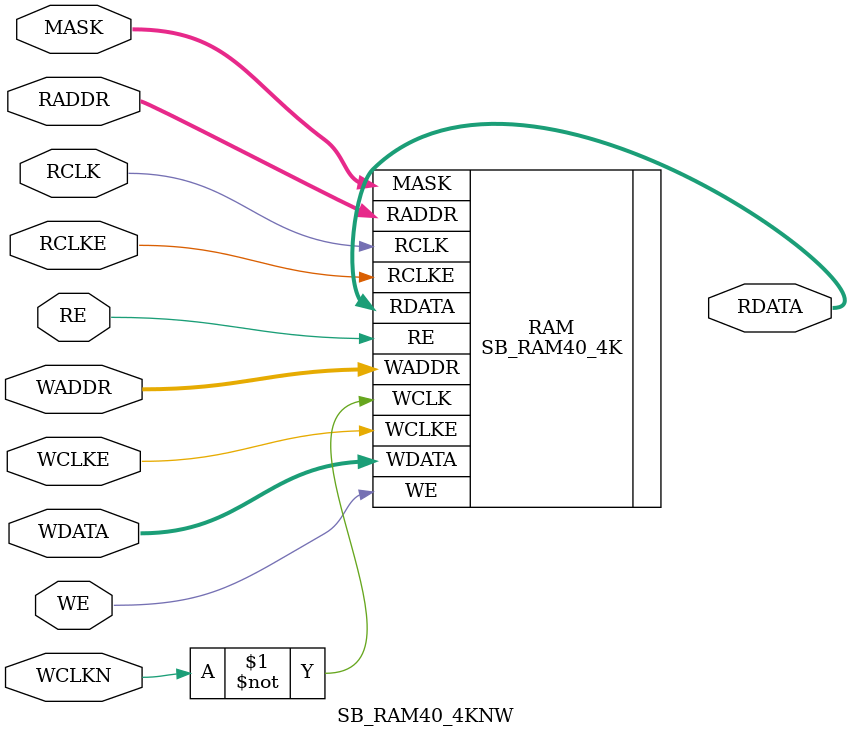
<source format=v>
module SB_RAM40_4KNW (
	output [15:0] RDATA,
	input         RCLK, RCLKE, RE,
	input  [10:0] RADDR,
	input         WCLKN, WCLKE, WE,
	input  [10:0] WADDR,
	input  [15:0] MASK, WDATA
);
	parameter WRITE_MODE = 0;
	parameter READ_MODE = 0;

	parameter INIT_0 = 256'h0000000000000000000000000000000000000000000000000000000000000000;
	parameter INIT_1 = 256'h0000000000000000000000000000000000000000000000000000000000000000;
	parameter INIT_2 = 256'h0000000000000000000000000000000000000000000000000000000000000000;
	parameter INIT_3 = 256'h0000000000000000000000000000000000000000000000000000000000000000;
	parameter INIT_4 = 256'h0000000000000000000000000000000000000000000000000000000000000000;
	parameter INIT_5 = 256'h0000000000000000000000000000000000000000000000000000000000000000;
	parameter INIT_6 = 256'h0000000000000000000000000000000000000000000000000000000000000000;
	parameter INIT_7 = 256'h0000000000000000000000000000000000000000000000000000000000000000;
	parameter INIT_8 = 256'h0000000000000000000000000000000000000000000000000000000000000000;
	parameter INIT_9 = 256'h0000000000000000000000000000000000000000000000000000000000000000;
	parameter INIT_A = 256'h0000000000000000000000000000000000000000000000000000000000000000;
	parameter INIT_B = 256'h0000000000000000000000000000000000000000000000000000000000000000;
	parameter INIT_C = 256'h0000000000000000000000000000000000000000000000000000000000000000;
	parameter INIT_D = 256'h0000000000000000000000000000000000000000000000000000000000000000;
	parameter INIT_E = 256'h0000000000000000000000000000000000000000000000000000000000000000;
	parameter INIT_F = 256'h0000000000000000000000000000000000000000000000000000000000000000;

	SB_RAM40_4K #(
		.WRITE_MODE(WRITE_MODE),
		.READ_MODE (READ_MODE ),
		.INIT_0    (INIT_0    ),
		.INIT_1    (INIT_1    ),
		.INIT_2    (INIT_2    ),
		.INIT_3    (INIT_3    ),
		.INIT_4    (INIT_4    ),
		.INIT_5    (INIT_5    ),
		.INIT_6    (INIT_6    ),
		.INIT_7    (INIT_7    ),
		.INIT_8    (INIT_8    ),
		.INIT_9    (INIT_9    ),
		.INIT_A    (INIT_A    ),
		.INIT_B    (INIT_B    ),
		.INIT_C    (INIT_C    ),
		.INIT_D    (INIT_D    ),
		.INIT_E    (INIT_E    ),
		.INIT_F    (INIT_F    )
	) RAM (
		.RDATA(RDATA),
		.RCLK (RCLK ),
		.RCLKE(RCLKE),
		.RE   (RE   ),
		.RADDR(RADDR),
		.WCLK (~WCLKN),
		.WCLKE(WCLKE),
		.WE   (WE   ),
		.WADDR(WADDR),
		.MASK (MASK ),
		.WDATA(WDATA)
	);
endmodule

</source>
